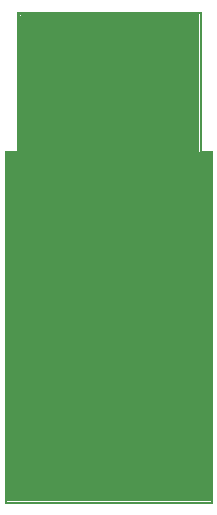
<source format=gbr>
G75*
%IPPOS*%
%FSLAX44Y44*%
%MOIN*%
%ADD10C,0.00100*%
%ADD11C,0.00200*%
%ADD12C,0.00400*%
%ADD13C,0.00800*%
%ADD14C,0.01500*%
%ADD15C,0.02500*%
%ADD16C,0.04000*%
%ADD17C,0.15000*%
%ADD18C,0.50000*%
%ADD19C,0.30000*%
%ADD20C,16.16080*%
%ADD21C,0.01181*%
%ADD22C,0.01969*%
%LNGB-L3*%
%LPD*%
G54D10*
X438Y16391D02*
Y11763D01*
X44D01*
Y44D01*
X6944D01*
Y11763D01*
X6551D01*
Y16391D01*
X438D01*
X443Y16386D02*
Y11758D01*
X49D01*
Y49D01*
X6939D01*
Y11758D01*
X6546D01*
Y16386D01*
X443D01*
G54D11*
X453Y16376D02*
Y11748D01*
X59D01*
Y59D01*
X6929D01*
Y11748D01*
X6536D01*
Y16376D01*
X453D01*
G54D12*
X473Y16356D02*
Y11728D01*
X79D01*
Y79D01*
X6909D01*
Y11728D01*
X6516D01*
Y16356D01*
X473D01*
G54D13*
X513Y16316D02*
Y11688D01*
X119D01*
Y119D01*
X6869D01*
Y11688D01*
X6476D01*
Y16316D01*
X513D01*
G54D14*
X588Y16241D02*
Y11613D01*
X194D01*
Y194D01*
X6794D01*
Y11613D01*
X6401D01*
Y16241D01*
X588D01*
G54D15*
X713Y16116D02*
Y11488D01*
X319D01*
Y319D01*
X6669D01*
Y11488D01*
X6276D01*
Y16116D01*
X713D01*
G54D16*
X913Y15916D02*
Y11288D01*
X519D01*
Y519D01*
X6469D01*
Y11288D01*
X6076D01*
Y15916D01*
X913D01*
G54D17*
X1288Y15541D02*
Y10913D01*
X894D01*
Y894D01*
X6094D01*
Y10913D01*
X5701D01*
Y15541D01*
X1288D01*
X2038Y14791D02*
Y10163D01*
X1644D01*
Y1644D01*
X5344D01*
Y10163D01*
X4951D01*
Y14791D01*
X2038D01*
X3494Y14791D02*
Y1644D01*
X2069D02*
Y14791D01*
X4919D02*
Y1644D01*
G54D10*
X438Y16391D02*
Y11763D01*
X44D01*
Y44D01*
X6944D01*
Y11763D01*
X6551D01*
Y16391D01*
X438D01*
M02*


</source>
